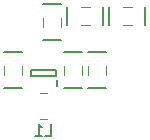
<source format=gbr>
%TF.GenerationSoftware,KiCad,Pcbnew,7.0.5.1-1-g8f565ef7f0-dirty-deb11*%
%TF.CreationDate,2023-07-05T14:49:09+00:00*%
%TF.ProjectId,STEPBUBODC01,53544550-4255-4424-9f44-4330312e6b69,rev?*%
%TF.SameCoordinates,Original*%
%TF.FileFunction,Legend,Bot*%
%TF.FilePolarity,Positive*%
%FSLAX46Y46*%
G04 Gerber Fmt 4.6, Leading zero omitted, Abs format (unit mm)*
G04 Created by KiCad (PCBNEW 7.0.5.1-1-g8f565ef7f0-dirty-deb11) date 2023-07-05 14:49:09*
%MOMM*%
%LPD*%
G01*
G04 APERTURE LIST*
%ADD10C,0.150000*%
%ADD11C,0.120000*%
%ADD12C,0.200000*%
G04 APERTURE END LIST*
D10*
%TO.C,L1*%
X142152666Y-89118819D02*
X142628856Y-89118819D01*
X142628856Y-89118819D02*
X142628856Y-88118819D01*
X141295523Y-89118819D02*
X141866951Y-89118819D01*
X141581237Y-89118819D02*
X141581237Y-88118819D01*
X141581237Y-88118819D02*
X141676475Y-88261676D01*
X141676475Y-88261676D02*
X141771713Y-88356914D01*
X141771713Y-88356914D02*
X141866951Y-88404533D01*
%TO.C,R2*%
X144018000Y-78232000D02*
X144018000Y-79756000D01*
D11*
X145923000Y-78232000D02*
X145161000Y-78232000D01*
D10*
X147066000Y-79756000D02*
X147066000Y-78232000D01*
D11*
X145923000Y-79756000D02*
X145161000Y-79756000D01*
D10*
%TO.C,C3*%
X147320000Y-82042000D02*
X145796000Y-82042000D01*
X145796000Y-85090000D02*
X147320000Y-85090000D01*
D11*
X145796000Y-83947000D02*
X145796000Y-83185000D01*
X147320000Y-83947000D02*
X147320000Y-83185000D01*
D10*
%TO.C,C2*%
X145288000Y-82042000D02*
X143764000Y-82042000D01*
X143764000Y-85090000D02*
X145288000Y-85090000D01*
D11*
X145288000Y-83947000D02*
X145288000Y-83185000D01*
X143764000Y-83947000D02*
X143764000Y-83185000D01*
D12*
%TO.C,U1*%
X143036000Y-84070000D02*
X143036000Y-83570000D01*
X140936000Y-83570000D02*
X140936000Y-84070000D01*
X140936000Y-84070000D02*
X143036000Y-84070000D01*
X143136000Y-84895000D02*
X143136000Y-84420000D01*
X143036000Y-83570000D02*
X140936000Y-83570000D01*
D10*
%TO.C,R3*%
X150622000Y-79756000D02*
X150622000Y-78232000D01*
X147574000Y-78232000D02*
X147574000Y-79756000D01*
D11*
X148717000Y-78232000D02*
X149479000Y-78232000D01*
X148717000Y-79756000D02*
X149479000Y-79756000D01*
%TO.C,C1*%
X138684000Y-83947000D02*
X138684000Y-83185000D01*
D10*
X140208000Y-82042000D02*
X138684000Y-82042000D01*
X138684000Y-85090000D02*
X140208000Y-85090000D01*
D11*
X140208000Y-83947000D02*
X140208000Y-83185000D01*
D10*
%TO.C,R1*%
X141986000Y-81026000D02*
X143510000Y-81026000D01*
X143510000Y-77978000D02*
X141986000Y-77978000D01*
D11*
X141986000Y-79883000D02*
X141986000Y-79121000D01*
X143510000Y-79883000D02*
X143510000Y-79121000D01*
%TO.C,L1*%
X141724748Y-87724000D02*
X142247252Y-87724000D01*
X141724748Y-85504000D02*
X142247252Y-85504000D01*
%TD*%
M02*

</source>
